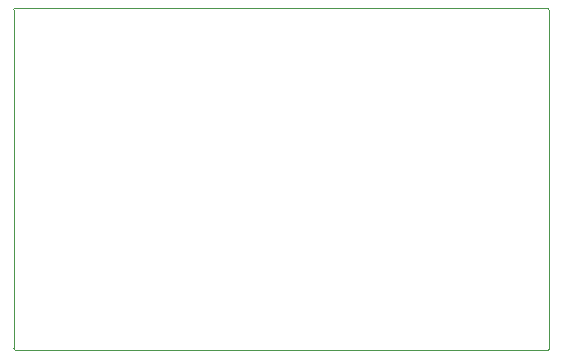
<source format=gbr>
G04*
G04 #@! TF.GenerationSoftware,Altium Limited,Altium Designer,22.4.2 (48)*
G04*
G04 Layer_Color=0*
%FSLAX44Y44*%
%MOMM*%
G71*
G04*
G04 #@! TF.SameCoordinates,BDD24D00-A3F0-4FE7-AA0F-EC7639B0A0CE*
G04*
G04*
G04 #@! TF.FilePolarity,Positive*
G04*
G01*
G75*
%ADD26C,0.0254*%
D26*
X0Y-1274D02*
G02*
X-1274Y0I0J1274D01*
G01*
Y287020D01*
D02*
G02*
X0Y288294I1274J0D01*
G01*
X450850D01*
D02*
G02*
X452124Y287020I0J-1274D01*
G01*
Y0D01*
D02*
G02*
X450850Y-1274I-1274J0D01*
G01*
X0D01*
M02*

</source>
